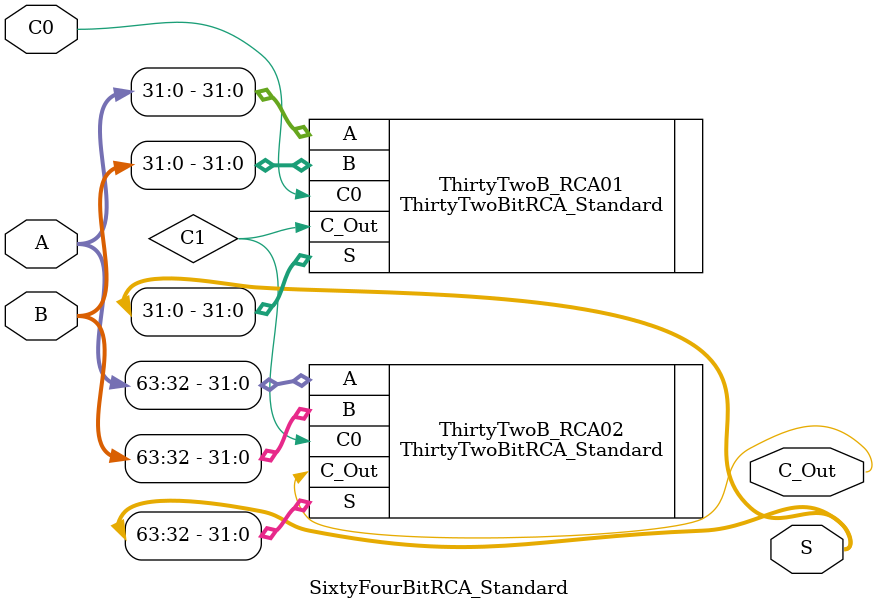
<source format=v>
`timescale 1ns / 1ps


module SixtyFourBitRCA_Standard(
    input [63:0] A,
    input [63:0] B,
    input C0,
    output [63:0] S,
    output C_Out
    );
    
    wire C1;
    
    ThirtyTwoBitRCA_Standard ThirtyTwoB_RCA01 (.S(S[31:0]), .C_Out(C1), .A(A[31:0]), .B(B[31:0]), .C0(C0));
    ThirtyTwoBitRCA_Standard ThirtyTwoB_RCA02 (.S(S[63:32]), .C_Out(C_Out), .A(A[63:32]), .B(B[63:32]), .C0(C1));
    
endmodule

</source>
